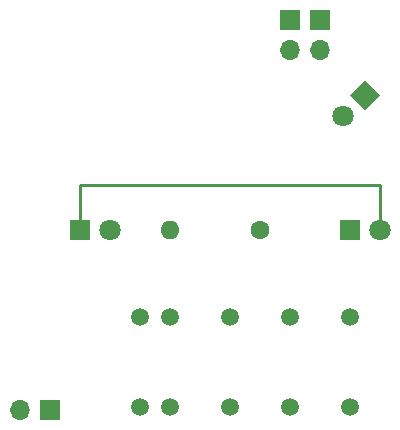
<source format=gbr>
%TF.GenerationSoftware,KiCad,Pcbnew,5.1.9*%
%TF.CreationDate,2021-04-10T23:13:33+02:00*%
%TF.ProjectId,Weichensimultor,57656963-6865-46e7-9369-6d756c746f72,rev?*%
%TF.SameCoordinates,Original*%
%TF.FileFunction,Copper,L1,Top*%
%TF.FilePolarity,Positive*%
%FSLAX46Y46*%
G04 Gerber Fmt 4.6, Leading zero omitted, Abs format (unit mm)*
G04 Created by KiCad (PCBNEW 5.1.9) date 2021-04-10 23:13:33*
%MOMM*%
%LPD*%
G01*
G04 APERTURE LIST*
%TA.AperFunction,ComponentPad*%
%ADD10C,1.800000*%
%TD*%
%TA.AperFunction,ComponentPad*%
%ADD11R,1.800000X1.800000*%
%TD*%
%TA.AperFunction,ComponentPad*%
%ADD12C,0.100000*%
%TD*%
%TA.AperFunction,ComponentPad*%
%ADD13C,1.500000*%
%TD*%
%TA.AperFunction,ComponentPad*%
%ADD14O,1.600000X1.600000*%
%TD*%
%TA.AperFunction,ComponentPad*%
%ADD15C,1.600000*%
%TD*%
%TA.AperFunction,ComponentPad*%
%ADD16O,1.700000X1.700000*%
%TD*%
%TA.AperFunction,ComponentPad*%
%ADD17R,1.700000X1.700000*%
%TD*%
%TA.AperFunction,Conductor*%
%ADD18C,0.250000*%
%TD*%
G04 APERTURE END LIST*
D10*
%TO.P,D1,2*%
%TO.N,Net-(D1-Pad2)*%
X124460000Y-106680000D03*
D11*
%TO.P,D1,1*%
%TO.N,Net-(D1-Pad1)*%
X121920000Y-106680000D03*
%TD*%
%TO.P,D2,1*%
%TO.N,Net-(D2-Pad1)*%
X144780000Y-106680000D03*
D10*
%TO.P,D2,2*%
%TO.N,Net-(D1-Pad1)*%
X147320000Y-106680000D03*
%TD*%
%TO.P,D3,2*%
%TO.N,Net-(D1-Pad1)*%
X144253949Y-97046051D03*
%TA.AperFunction,ComponentPad*%
D12*
%TO.P,D3,1*%
%TO.N,Net-(D3-Pad1)*%
G36*
X146050000Y-93977208D02*
G01*
X147322792Y-95250000D01*
X146050000Y-96522792D01*
X144777208Y-95250000D01*
X146050000Y-93977208D01*
G37*
%TD.AperFunction*%
%TD*%
D13*
%TO.P,K1,1*%
%TO.N,Net-(J1-Pad2)*%
X127000000Y-121720001D03*
%TO.P,K1,2*%
%TO.N,Net-(J1-Pad1)*%
X129540000Y-121720001D03*
%TO.P,K1,4*%
%TO.N,N/C*%
X134620000Y-121720001D03*
%TO.P,K1,6*%
X139700000Y-121720001D03*
%TO.P,K1,8*%
X144780000Y-121720001D03*
%TO.P,K1,9*%
%TO.N,Net-(D2-Pad1)*%
X144780000Y-114100001D03*
%TO.P,K1,11*%
%TO.N,Net-(D3-Pad1)*%
X139700000Y-114100001D03*
%TO.P,K1,13*%
%TO.N,GND*%
X134620000Y-114100001D03*
%TO.P,K1,15*%
%TO.N,+5V*%
X129540000Y-114100001D03*
%TO.P,K1,16*%
X127000000Y-114100001D03*
%TD*%
D14*
%TO.P,R1,2*%
%TO.N,Net-(D1-Pad2)*%
X129540000Y-106680000D03*
D15*
%TO.P,R1,1*%
%TO.N,+5V*%
X137160000Y-106680000D03*
%TD*%
D16*
%TO.P,J1,2*%
%TO.N,Net-(J1-Pad2)*%
X116840000Y-121920000D03*
D17*
%TO.P,J1,1*%
%TO.N,Net-(J1-Pad1)*%
X119380000Y-121920000D03*
%TD*%
%TO.P,J2,1*%
%TO.N,+5V*%
X139700000Y-88900000D03*
D16*
%TO.P,J2,2*%
%TO.N,GND*%
X139700000Y-91440000D03*
%TD*%
%TO.P,J3,2*%
%TO.N,GND*%
X142240000Y-91440000D03*
D17*
%TO.P,J3,1*%
%TO.N,+5V*%
X142240000Y-88900000D03*
%TD*%
D18*
%TO.N,Net-(D1-Pad1)*%
X121920000Y-106680000D02*
X121920000Y-102870000D01*
X121920000Y-102870000D02*
X147320000Y-102870000D01*
X147320000Y-102870000D02*
X147320000Y-106680000D01*
%TD*%
M02*

</source>
